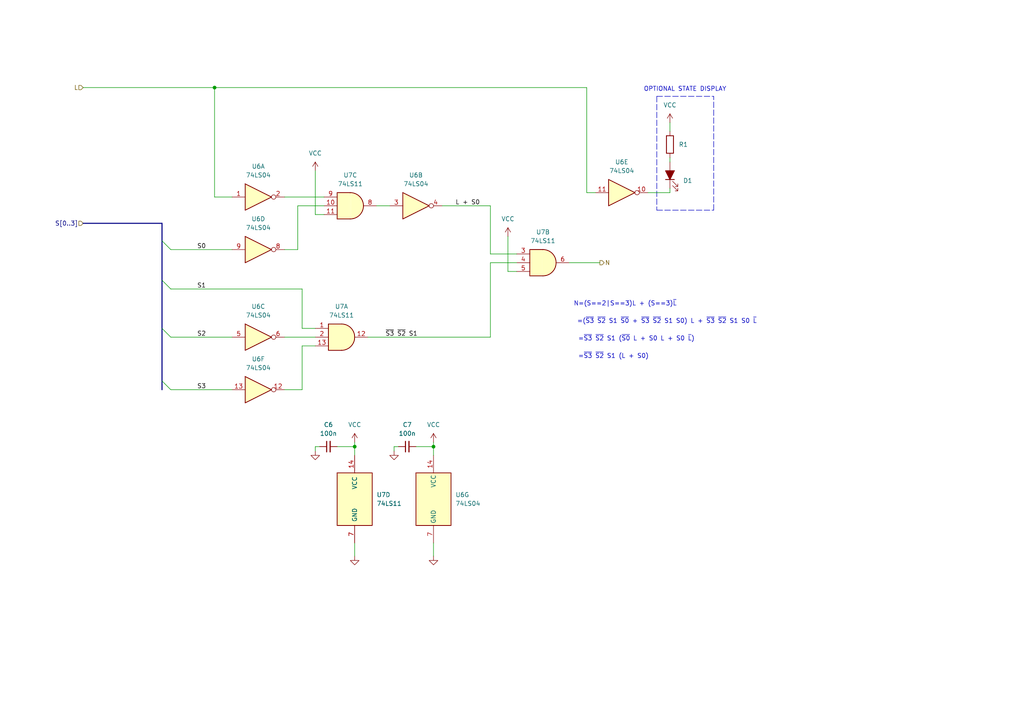
<source format=kicad_sch>
(kicad_sch (version 20211123) (generator eeschema)

  (uuid 3ba4a2c5-56b6-4862-b033-5fa604d684ae)

  (paper "A4")

  (lib_symbols
    (symbol "74xx:74LS04" (in_bom yes) (on_board yes)
      (property "Reference" "U" (id 0) (at 0 1.27 0)
        (effects (font (size 1.27 1.27)))
      )
      (property "Value" "74LS04" (id 1) (at 0 -1.27 0)
        (effects (font (size 1.27 1.27)))
      )
      (property "Footprint" "" (id 2) (at 0 0 0)
        (effects (font (size 1.27 1.27)) hide)
      )
      (property "Datasheet" "http://www.ti.com/lit/gpn/sn74LS04" (id 3) (at 0 0 0)
        (effects (font (size 1.27 1.27)) hide)
      )
      (property "ki_locked" "" (id 4) (at 0 0 0)
        (effects (font (size 1.27 1.27)))
      )
      (property "ki_keywords" "TTL not inv" (id 5) (at 0 0 0)
        (effects (font (size 1.27 1.27)) hide)
      )
      (property "ki_description" "Hex Inverter" (id 6) (at 0 0 0)
        (effects (font (size 1.27 1.27)) hide)
      )
      (property "ki_fp_filters" "DIP*W7.62mm* SSOP?14* TSSOP?14*" (id 7) (at 0 0 0)
        (effects (font (size 1.27 1.27)) hide)
      )
      (symbol "74LS04_1_0"
        (polyline
          (pts
            (xy -3.81 3.81)
            (xy -3.81 -3.81)
            (xy 3.81 0)
            (xy -3.81 3.81)
          )
          (stroke (width 0.254) (type default) (color 0 0 0 0))
          (fill (type background))
        )
        (pin input line (at -7.62 0 0) (length 3.81)
          (name "~" (effects (font (size 1.27 1.27))))
          (number "1" (effects (font (size 1.27 1.27))))
        )
        (pin output inverted (at 7.62 0 180) (length 3.81)
          (name "~" (effects (font (size 1.27 1.27))))
          (number "2" (effects (font (size 1.27 1.27))))
        )
      )
      (symbol "74LS04_2_0"
        (polyline
          (pts
            (xy -3.81 3.81)
            (xy -3.81 -3.81)
            (xy 3.81 0)
            (xy -3.81 3.81)
          )
          (stroke (width 0.254) (type default) (color 0 0 0 0))
          (fill (type background))
        )
        (pin input line (at -7.62 0 0) (length 3.81)
          (name "~" (effects (font (size 1.27 1.27))))
          (number "3" (effects (font (size 1.27 1.27))))
        )
        (pin output inverted (at 7.62 0 180) (length 3.81)
          (name "~" (effects (font (size 1.27 1.27))))
          (number "4" (effects (font (size 1.27 1.27))))
        )
      )
      (symbol "74LS04_3_0"
        (polyline
          (pts
            (xy -3.81 3.81)
            (xy -3.81 -3.81)
            (xy 3.81 0)
            (xy -3.81 3.81)
          )
          (stroke (width 0.254) (type default) (color 0 0 0 0))
          (fill (type background))
        )
        (pin input line (at -7.62 0 0) (length 3.81)
          (name "~" (effects (font (size 1.27 1.27))))
          (number "5" (effects (font (size 1.27 1.27))))
        )
        (pin output inverted (at 7.62 0 180) (length 3.81)
          (name "~" (effects (font (size 1.27 1.27))))
          (number "6" (effects (font (size 1.27 1.27))))
        )
      )
      (symbol "74LS04_4_0"
        (polyline
          (pts
            (xy -3.81 3.81)
            (xy -3.81 -3.81)
            (xy 3.81 0)
            (xy -3.81 3.81)
          )
          (stroke (width 0.254) (type default) (color 0 0 0 0))
          (fill (type background))
        )
        (pin output inverted (at 7.62 0 180) (length 3.81)
          (name "~" (effects (font (size 1.27 1.27))))
          (number "8" (effects (font (size 1.27 1.27))))
        )
        (pin input line (at -7.62 0 0) (length 3.81)
          (name "~" (effects (font (size 1.27 1.27))))
          (number "9" (effects (font (size 1.27 1.27))))
        )
      )
      (symbol "74LS04_5_0"
        (polyline
          (pts
            (xy -3.81 3.81)
            (xy -3.81 -3.81)
            (xy 3.81 0)
            (xy -3.81 3.81)
          )
          (stroke (width 0.254) (type default) (color 0 0 0 0))
          (fill (type background))
        )
        (pin output inverted (at 7.62 0 180) (length 3.81)
          (name "~" (effects (font (size 1.27 1.27))))
          (number "10" (effects (font (size 1.27 1.27))))
        )
        (pin input line (at -7.62 0 0) (length 3.81)
          (name "~" (effects (font (size 1.27 1.27))))
          (number "11" (effects (font (size 1.27 1.27))))
        )
      )
      (symbol "74LS04_6_0"
        (polyline
          (pts
            (xy -3.81 3.81)
            (xy -3.81 -3.81)
            (xy 3.81 0)
            (xy -3.81 3.81)
          )
          (stroke (width 0.254) (type default) (color 0 0 0 0))
          (fill (type background))
        )
        (pin output inverted (at 7.62 0 180) (length 3.81)
          (name "~" (effects (font (size 1.27 1.27))))
          (number "12" (effects (font (size 1.27 1.27))))
        )
        (pin input line (at -7.62 0 0) (length 3.81)
          (name "~" (effects (font (size 1.27 1.27))))
          (number "13" (effects (font (size 1.27 1.27))))
        )
      )
      (symbol "74LS04_7_0"
        (pin power_in line (at 0 12.7 270) (length 5.08)
          (name "VCC" (effects (font (size 1.27 1.27))))
          (number "14" (effects (font (size 1.27 1.27))))
        )
        (pin power_in line (at 0 -12.7 90) (length 5.08)
          (name "GND" (effects (font (size 1.27 1.27))))
          (number "7" (effects (font (size 1.27 1.27))))
        )
      )
      (symbol "74LS04_7_1"
        (rectangle (start -5.08 7.62) (end 5.08 -7.62)
          (stroke (width 0.254) (type default) (color 0 0 0 0))
          (fill (type background))
        )
      )
    )
    (symbol "74xx:74LS11" (pin_names (offset 1.016)) (in_bom yes) (on_board yes)
      (property "Reference" "U" (id 0) (at 0 1.27 0)
        (effects (font (size 1.27 1.27)))
      )
      (property "Value" "74LS11" (id 1) (at 0 -1.27 0)
        (effects (font (size 1.27 1.27)))
      )
      (property "Footprint" "" (id 2) (at 0 0 0)
        (effects (font (size 1.27 1.27)) hide)
      )
      (property "Datasheet" "http://www.ti.com/lit/gpn/sn74LS11" (id 3) (at 0 0 0)
        (effects (font (size 1.27 1.27)) hide)
      )
      (property "ki_locked" "" (id 4) (at 0 0 0)
        (effects (font (size 1.27 1.27)))
      )
      (property "ki_keywords" "TTL And3" (id 5) (at 0 0 0)
        (effects (font (size 1.27 1.27)) hide)
      )
      (property "ki_description" "Triple 3-input AND" (id 6) (at 0 0 0)
        (effects (font (size 1.27 1.27)) hide)
      )
      (property "ki_fp_filters" "DIP*W7.62mm*" (id 7) (at 0 0 0)
        (effects (font (size 1.27 1.27)) hide)
      )
      (symbol "74LS11_1_1"
        (arc (start 0 -3.81) (mid 3.81 0) (end 0 3.81)
          (stroke (width 0.254) (type default) (color 0 0 0 0))
          (fill (type background))
        )
        (polyline
          (pts
            (xy 0 3.81)
            (xy -3.81 3.81)
            (xy -3.81 -3.81)
            (xy 0 -3.81)
          )
          (stroke (width 0.254) (type default) (color 0 0 0 0))
          (fill (type background))
        )
        (pin input line (at -7.62 2.54 0) (length 3.81)
          (name "~" (effects (font (size 1.27 1.27))))
          (number "1" (effects (font (size 1.27 1.27))))
        )
        (pin output line (at 7.62 0 180) (length 3.81)
          (name "~" (effects (font (size 1.27 1.27))))
          (number "12" (effects (font (size 1.27 1.27))))
        )
        (pin input line (at -7.62 -2.54 0) (length 3.81)
          (name "~" (effects (font (size 1.27 1.27))))
          (number "13" (effects (font (size 1.27 1.27))))
        )
        (pin input line (at -7.62 0 0) (length 3.81)
          (name "~" (effects (font (size 1.27 1.27))))
          (number "2" (effects (font (size 1.27 1.27))))
        )
      )
      (symbol "74LS11_1_2"
        (arc (start -3.81 -3.81) (mid -2.589 0) (end -3.81 3.81)
          (stroke (width 0.254) (type default) (color 0 0 0 0))
          (fill (type none))
        )
        (arc (start -0.6096 -3.81) (mid 2.1842 -2.5851) (end 3.81 0)
          (stroke (width 0.254) (type default) (color 0 0 0 0))
          (fill (type background))
        )
        (polyline
          (pts
            (xy -3.81 -3.81)
            (xy -0.635 -3.81)
          )
          (stroke (width 0.254) (type default) (color 0 0 0 0))
          (fill (type background))
        )
        (polyline
          (pts
            (xy -3.81 3.81)
            (xy -0.635 3.81)
          )
          (stroke (width 0.254) (type default) (color 0 0 0 0))
          (fill (type background))
        )
        (polyline
          (pts
            (xy -0.635 3.81)
            (xy -3.81 3.81)
            (xy -3.81 3.81)
            (xy -3.556 3.4036)
            (xy -3.0226 2.2606)
            (xy -2.6924 1.0414)
            (xy -2.6162 -0.254)
            (xy -2.7686 -1.4986)
            (xy -3.175 -2.7178)
            (xy -3.81 -3.81)
            (xy -3.81 -3.81)
            (xy -0.635 -3.81)
          )
          (stroke (width -25.4) (type default) (color 0 0 0 0))
          (fill (type background))
        )
        (arc (start 3.81 0) (mid 2.1915 2.5936) (end -0.6096 3.81)
          (stroke (width 0.254) (type default) (color 0 0 0 0))
          (fill (type background))
        )
        (pin input inverted (at -7.62 2.54 0) (length 4.318)
          (name "~" (effects (font (size 1.27 1.27))))
          (number "1" (effects (font (size 1.27 1.27))))
        )
        (pin output inverted (at 7.62 0 180) (length 3.81)
          (name "~" (effects (font (size 1.27 1.27))))
          (number "12" (effects (font (size 1.27 1.27))))
        )
        (pin input inverted (at -7.62 -2.54 0) (length 4.318)
          (name "~" (effects (font (size 1.27 1.27))))
          (number "13" (effects (font (size 1.27 1.27))))
        )
        (pin input inverted (at -7.62 0 0) (length 4.953)
          (name "~" (effects (font (size 1.27 1.27))))
          (number "2" (effects (font (size 1.27 1.27))))
        )
      )
      (symbol "74LS11_2_1"
        (arc (start 0 -3.81) (mid 3.81 0) (end 0 3.81)
          (stroke (width 0.254) (type default) (color 0 0 0 0))
          (fill (type background))
        )
        (polyline
          (pts
            (xy 0 3.81)
            (xy -3.81 3.81)
            (xy -3.81 -3.81)
            (xy 0 -3.81)
          )
          (stroke (width 0.254) (type default) (color 0 0 0 0))
          (fill (type background))
        )
        (pin input line (at -7.62 2.54 0) (length 3.81)
          (name "~" (effects (font (size 1.27 1.27))))
          (number "3" (effects (font (size 1.27 1.27))))
        )
        (pin input line (at -7.62 0 0) (length 3.81)
          (name "~" (effects (font (size 1.27 1.27))))
          (number "4" (effects (font (size 1.27 1.27))))
        )
        (pin input line (at -7.62 -2.54 0) (length 3.81)
          (name "~" (effects (font (size 1.27 1.27))))
          (number "5" (effects (font (size 1.27 1.27))))
        )
        (pin output line (at 7.62 0 180) (length 3.81)
          (name "~" (effects (font (size 1.27 1.27))))
          (number "6" (effects (font (size 1.27 1.27))))
        )
      )
      (symbol "74LS11_2_2"
        (arc (start -3.81 -3.81) (mid -2.589 0) (end -3.81 3.81)
          (stroke (width 0.254) (type default) (color 0 0 0 0))
          (fill (type none))
        )
        (arc (start -0.6096 -3.81) (mid 2.1842 -2.5851) (end 3.81 0)
          (stroke (width 0.254) (type default) (color 0 0 0 0))
          (fill (type background))
        )
        (polyline
          (pts
            (xy -3.81 -3.81)
            (xy -0.635 -3.81)
          )
          (stroke (width 0.254) (type default) (color 0 0 0 0))
          (fill (type background))
        )
        (polyline
          (pts
            (xy -3.81 3.81)
            (xy -0.635 3.81)
          )
          (stroke (width 0.254) (type default) (color 0 0 0 0))
          (fill (type background))
        )
        (polyline
          (pts
            (xy -0.635 3.81)
            (xy -3.81 3.81)
            (xy -3.81 3.81)
            (xy -3.556 3.4036)
            (xy -3.0226 2.2606)
            (xy -2.6924 1.0414)
            (xy -2.6162 -0.254)
            (xy -2.7686 -1.4986)
            (xy -3.175 -2.7178)
            (xy -3.81 -3.81)
            (xy -3.81 -3.81)
            (xy -0.635 -3.81)
          )
          (stroke (width -25.4) (type default) (color 0 0 0 0))
          (fill (type background))
        )
        (arc (start 3.81 0) (mid 2.1915 2.5936) (end -0.6096 3.81)
          (stroke (width 0.254) (type default) (color 0 0 0 0))
          (fill (type background))
        )
        (pin input inverted (at -7.62 2.54 0) (length 4.318)
          (name "~" (effects (font (size 1.27 1.27))))
          (number "3" (effects (font (size 1.27 1.27))))
        )
        (pin input inverted (at -7.62 0 0) (length 4.953)
          (name "~" (effects (font (size 1.27 1.27))))
          (number "4" (effects (font (size 1.27 1.27))))
        )
        (pin input inverted (at -7.62 -2.54 0) (length 4.318)
          (name "~" (effects (font (size 1.27 1.27))))
          (number "5" (effects (font (size 1.27 1.27))))
        )
        (pin output inverted (at 7.62 0 180) (length 3.81)
          (name "~" (effects (font (size 1.27 1.27))))
          (number "6" (effects (font (size 1.27 1.27))))
        )
      )
      (symbol "74LS11_3_1"
        (arc (start 0 -3.81) (mid 3.81 0) (end 0 3.81)
          (stroke (width 0.254) (type default) (color 0 0 0 0))
          (fill (type background))
        )
        (polyline
          (pts
            (xy 0 3.81)
            (xy -3.81 3.81)
            (xy -3.81 -3.81)
            (xy 0 -3.81)
          )
          (stroke (width 0.254) (type default) (color 0 0 0 0))
          (fill (type background))
        )
        (pin input line (at -7.62 0 0) (length 3.81)
          (name "~" (effects (font (size 1.27 1.27))))
          (number "10" (effects (font (size 1.27 1.27))))
        )
        (pin input line (at -7.62 -2.54 0) (length 3.81)
          (name "~" (effects (font (size 1.27 1.27))))
          (number "11" (effects (font (size 1.27 1.27))))
        )
        (pin output line (at 7.62 0 180) (length 3.81)
          (name "~" (effects (font (size 1.27 1.27))))
          (number "8" (effects (font (size 1.27 1.27))))
        )
        (pin input line (at -7.62 2.54 0) (length 3.81)
          (name "~" (effects (font (size 1.27 1.27))))
          (number "9" (effects (font (size 1.27 1.27))))
        )
      )
      (symbol "74LS11_3_2"
        (arc (start -3.81 -3.81) (mid -2.589 0) (end -3.81 3.81)
          (stroke (width 0.254) (type default) (color 0 0 0 0))
          (fill (type none))
        )
        (arc (start -0.6096 -3.81) (mid 2.1842 -2.5851) (end 3.81 0)
          (stroke (width 0.254) (type default) (color 0 0 0 0))
          (fill (type background))
        )
        (polyline
          (pts
            (xy -3.81 -3.81)
            (xy -0.635 -3.81)
          )
          (stroke (width 0.254) (type default) (color 0 0 0 0))
          (fill (type background))
        )
        (polyline
          (pts
            (xy -3.81 3.81)
            (xy -0.635 3.81)
          )
          (stroke (width 0.254) (type default) (color 0 0 0 0))
          (fill (type background))
        )
        (polyline
          (pts
            (xy -0.635 3.81)
            (xy -3.81 3.81)
            (xy -3.81 3.81)
            (xy -3.556 3.4036)
            (xy -3.0226 2.2606)
            (xy -2.6924 1.0414)
            (xy -2.6162 -0.254)
            (xy -2.7686 -1.4986)
            (xy -3.175 -2.7178)
            (xy -3.81 -3.81)
            (xy -3.81 -3.81)
            (xy -0.635 -3.81)
          )
          (stroke (width -25.4) (type default) (color 0 0 0 0))
          (fill (type background))
        )
        (arc (start 3.81 0) (mid 2.1915 2.5936) (end -0.6096 3.81)
          (stroke (width 0.254) (type default) (color 0 0 0 0))
          (fill (type background))
        )
        (pin input inverted (at -7.62 0 0) (length 4.953)
          (name "~" (effects (font (size 1.27 1.27))))
          (number "10" (effects (font (size 1.27 1.27))))
        )
        (pin input inverted (at -7.62 -2.54 0) (length 4.318)
          (name "~" (effects (font (size 1.27 1.27))))
          (number "11" (effects (font (size 1.27 1.27))))
        )
        (pin output inverted (at 7.62 0 180) (length 3.81)
          (name "~" (effects (font (size 1.27 1.27))))
          (number "8" (effects (font (size 1.27 1.27))))
        )
        (pin input inverted (at -7.62 2.54 0) (length 4.318)
          (name "~" (effects (font (size 1.27 1.27))))
          (number "9" (effects (font (size 1.27 1.27))))
        )
      )
      (symbol "74LS11_4_0"
        (pin power_in line (at 0 12.7 270) (length 5.08)
          (name "VCC" (effects (font (size 1.27 1.27))))
          (number "14" (effects (font (size 1.27 1.27))))
        )
        (pin power_in line (at 0 -12.7 90) (length 5.08)
          (name "GND" (effects (font (size 1.27 1.27))))
          (number "7" (effects (font (size 1.27 1.27))))
        )
      )
      (symbol "74LS11_4_1"
        (rectangle (start -5.08 7.62) (end 5.08 -7.62)
          (stroke (width 0.254) (type default) (color 0 0 0 0))
          (fill (type background))
        )
      )
    )
    (symbol "Device:C_Small" (pin_numbers hide) (pin_names (offset 0.254) hide) (in_bom yes) (on_board yes)
      (property "Reference" "C" (id 0) (at 0.254 1.778 0)
        (effects (font (size 1.27 1.27)) (justify left))
      )
      (property "Value" "C_Small" (id 1) (at 0.254 -2.032 0)
        (effects (font (size 1.27 1.27)) (justify left))
      )
      (property "Footprint" "" (id 2) (at 0 0 0)
        (effects (font (size 1.27 1.27)) hide)
      )
      (property "Datasheet" "~" (id 3) (at 0 0 0)
        (effects (font (size 1.27 1.27)) hide)
      )
      (property "ki_keywords" "capacitor cap" (id 4) (at 0 0 0)
        (effects (font (size 1.27 1.27)) hide)
      )
      (property "ki_description" "Unpolarized capacitor, small symbol" (id 5) (at 0 0 0)
        (effects (font (size 1.27 1.27)) hide)
      )
      (property "ki_fp_filters" "C_*" (id 6) (at 0 0 0)
        (effects (font (size 1.27 1.27)) hide)
      )
      (symbol "C_Small_0_1"
        (polyline
          (pts
            (xy -1.524 -0.508)
            (xy 1.524 -0.508)
          )
          (stroke (width 0.3302) (type default) (color 0 0 0 0))
          (fill (type none))
        )
        (polyline
          (pts
            (xy -1.524 0.508)
            (xy 1.524 0.508)
          )
          (stroke (width 0.3048) (type default) (color 0 0 0 0))
          (fill (type none))
        )
      )
      (symbol "C_Small_1_1"
        (pin passive line (at 0 2.54 270) (length 2.032)
          (name "~" (effects (font (size 1.27 1.27))))
          (number "1" (effects (font (size 1.27 1.27))))
        )
        (pin passive line (at 0 -2.54 90) (length 2.032)
          (name "~" (effects (font (size 1.27 1.27))))
          (number "2" (effects (font (size 1.27 1.27))))
        )
      )
    )
    (symbol "Device:LED_Filled" (pin_numbers hide) (pin_names (offset 1.016) hide) (in_bom yes) (on_board yes)
      (property "Reference" "D" (id 0) (at 0 2.54 0)
        (effects (font (size 1.27 1.27)))
      )
      (property "Value" "LED_Filled" (id 1) (at 0 -2.54 0)
        (effects (font (size 1.27 1.27)))
      )
      (property "Footprint" "" (id 2) (at 0 0 0)
        (effects (font (size 1.27 1.27)) hide)
      )
      (property "Datasheet" "~" (id 3) (at 0 0 0)
        (effects (font (size 1.27 1.27)) hide)
      )
      (property "ki_keywords" "LED diode" (id 4) (at 0 0 0)
        (effects (font (size 1.27 1.27)) hide)
      )
      (property "ki_description" "Light emitting diode, filled shape" (id 5) (at 0 0 0)
        (effects (font (size 1.27 1.27)) hide)
      )
      (property "ki_fp_filters" "LED* LED_SMD:* LED_THT:*" (id 6) (at 0 0 0)
        (effects (font (size 1.27 1.27)) hide)
      )
      (symbol "LED_Filled_0_1"
        (polyline
          (pts
            (xy -1.27 -1.27)
            (xy -1.27 1.27)
          )
          (stroke (width 0.254) (type default) (color 0 0 0 0))
          (fill (type none))
        )
        (polyline
          (pts
            (xy -1.27 0)
            (xy 1.27 0)
          )
          (stroke (width 0) (type default) (color 0 0 0 0))
          (fill (type none))
        )
        (polyline
          (pts
            (xy 1.27 -1.27)
            (xy 1.27 1.27)
            (xy -1.27 0)
            (xy 1.27 -1.27)
          )
          (stroke (width 0.254) (type default) (color 0 0 0 0))
          (fill (type outline))
        )
        (polyline
          (pts
            (xy -3.048 -0.762)
            (xy -4.572 -2.286)
            (xy -3.81 -2.286)
            (xy -4.572 -2.286)
            (xy -4.572 -1.524)
          )
          (stroke (width 0) (type default) (color 0 0 0 0))
          (fill (type none))
        )
        (polyline
          (pts
            (xy -1.778 -0.762)
            (xy -3.302 -2.286)
            (xy -2.54 -2.286)
            (xy -3.302 -2.286)
            (xy -3.302 -1.524)
          )
          (stroke (width 0) (type default) (color 0 0 0 0))
          (fill (type none))
        )
      )
      (symbol "LED_Filled_1_1"
        (pin passive line (at -3.81 0 0) (length 2.54)
          (name "K" (effects (font (size 1.27 1.27))))
          (number "1" (effects (font (size 1.27 1.27))))
        )
        (pin passive line (at 3.81 0 180) (length 2.54)
          (name "A" (effects (font (size 1.27 1.27))))
          (number "2" (effects (font (size 1.27 1.27))))
        )
      )
    )
    (symbol "Device:R" (pin_numbers hide) (pin_names (offset 0)) (in_bom yes) (on_board yes)
      (property "Reference" "R" (id 0) (at 2.032 0 90)
        (effects (font (size 1.27 1.27)))
      )
      (property "Value" "R" (id 1) (at 0 0 90)
        (effects (font (size 1.27 1.27)))
      )
      (property "Footprint" "" (id 2) (at -1.778 0 90)
        (effects (font (size 1.27 1.27)) hide)
      )
      (property "Datasheet" "~" (id 3) (at 0 0 0)
        (effects (font (size 1.27 1.27)) hide)
      )
      (property "ki_keywords" "R res resistor" (id 4) (at 0 0 0)
        (effects (font (size 1.27 1.27)) hide)
      )
      (property "ki_description" "Resistor" (id 5) (at 0 0 0)
        (effects (font (size 1.27 1.27)) hide)
      )
      (property "ki_fp_filters" "R_*" (id 6) (at 0 0 0)
        (effects (font (size 1.27 1.27)) hide)
      )
      (symbol "R_0_1"
        (rectangle (start -1.016 -2.54) (end 1.016 2.54)
          (stroke (width 0.254) (type default) (color 0 0 0 0))
          (fill (type none))
        )
      )
      (symbol "R_1_1"
        (pin passive line (at 0 3.81 270) (length 1.27)
          (name "~" (effects (font (size 1.27 1.27))))
          (number "1" (effects (font (size 1.27 1.27))))
        )
        (pin passive line (at 0 -3.81 90) (length 1.27)
          (name "~" (effects (font (size 1.27 1.27))))
          (number "2" (effects (font (size 1.27 1.27))))
        )
      )
    )
    (symbol "power:GND" (power) (pin_names (offset 0)) (in_bom yes) (on_board yes)
      (property "Reference" "#PWR" (id 0) (at 0 -6.35 0)
        (effects (font (size 1.27 1.27)) hide)
      )
      (property "Value" "GND" (id 1) (at 0 -3.81 0)
        (effects (font (size 1.27 1.27)))
      )
      (property "Footprint" "" (id 2) (at 0 0 0)
        (effects (font (size 1.27 1.27)) hide)
      )
      (property "Datasheet" "" (id 3) (at 0 0 0)
        (effects (font (size 1.27 1.27)) hide)
      )
      (property "ki_keywords" "power-flag" (id 4) (at 0 0 0)
        (effects (font (size 1.27 1.27)) hide)
      )
      (property "ki_description" "Power symbol creates a global label with name \"GND\" , ground" (id 5) (at 0 0 0)
        (effects (font (size 1.27 1.27)) hide)
      )
      (symbol "GND_0_1"
        (polyline
          (pts
            (xy 0 0)
            (xy 0 -1.27)
            (xy 1.27 -1.27)
            (xy 0 -2.54)
            (xy -1.27 -1.27)
            (xy 0 -1.27)
          )
          (stroke (width 0) (type default) (color 0 0 0 0))
          (fill (type none))
        )
      )
      (symbol "GND_1_1"
        (pin power_in line (at 0 0 270) (length 0) hide
          (name "GND" (effects (font (size 1.27 1.27))))
          (number "1" (effects (font (size 1.27 1.27))))
        )
      )
    )
    (symbol "power:VCC" (power) (pin_names (offset 0)) (in_bom yes) (on_board yes)
      (property "Reference" "#PWR" (id 0) (at 0 -3.81 0)
        (effects (font (size 1.27 1.27)) hide)
      )
      (property "Value" "VCC" (id 1) (at 0 3.81 0)
        (effects (font (size 1.27 1.27)))
      )
      (property "Footprint" "" (id 2) (at 0 0 0)
        (effects (font (size 1.27 1.27)) hide)
      )
      (property "Datasheet" "" (id 3) (at 0 0 0)
        (effects (font (size 1.27 1.27)) hide)
      )
      (property "ki_keywords" "power-flag" (id 4) (at 0 0 0)
        (effects (font (size 1.27 1.27)) hide)
      )
      (property "ki_description" "Power symbol creates a global label with name \"VCC\"" (id 5) (at 0 0 0)
        (effects (font (size 1.27 1.27)) hide)
      )
      (symbol "VCC_0_1"
        (polyline
          (pts
            (xy -0.762 1.27)
            (xy 0 2.54)
          )
          (stroke (width 0) (type default) (color 0 0 0 0))
          (fill (type none))
        )
        (polyline
          (pts
            (xy 0 0)
            (xy 0 2.54)
          )
          (stroke (width 0) (type default) (color 0 0 0 0))
          (fill (type none))
        )
        (polyline
          (pts
            (xy 0 2.54)
            (xy 0.762 1.27)
          )
          (stroke (width 0) (type default) (color 0 0 0 0))
          (fill (type none))
        )
      )
      (symbol "VCC_1_1"
        (pin power_in line (at 0 0 90) (length 0) hide
          (name "VCC" (effects (font (size 1.27 1.27))))
          (number "1" (effects (font (size 1.27 1.27))))
        )
      )
    )
  )

  (junction (at 62.23 25.4) (diameter 0) (color 0 0 0 0)
    (uuid 4a9a30bc-ef57-403a-9967-dfcf8709038a)
  )
  (junction (at 125.73 129.54) (diameter 0) (color 0 0 0 0)
    (uuid 62192256-ebc4-4cca-9af1-05ef2626bfc3)
  )
  (junction (at 102.87 129.54) (diameter 0) (color 0 0 0 0)
    (uuid 836ec934-3692-420a-ad9f-3ef812ec3189)
  )

  (bus_entry (at 46.99 69.85) (size 2.54 2.54)
    (stroke (width 0) (type default) (color 0 0 0 0))
    (uuid 7c0f029c-f057-421e-a9de-e455887aa315)
  )
  (bus_entry (at 46.99 95.25) (size 2.54 2.54)
    (stroke (width 0) (type default) (color 0 0 0 0))
    (uuid 98ece880-b96c-48a8-895e-291aff32dff5)
  )
  (bus_entry (at 46.99 81.28) (size 2.54 2.54)
    (stroke (width 0) (type default) (color 0 0 0 0))
    (uuid 98ece880-b96c-48a8-895e-291aff32dff5)
  )
  (bus_entry (at 46.99 110.49) (size 2.54 2.54)
    (stroke (width 0) (type default) (color 0 0 0 0))
    (uuid e8ecb49e-2a08-403c-bbdc-7a7252437252)
  )

  (wire (pts (xy 82.55 57.15) (xy 93.98 57.15))
    (stroke (width 0) (type default) (color 0 0 0 0))
    (uuid 016987de-1192-4c64-8bf7-084b9023c6d5)
  )
  (polyline (pts (xy 190.5 27.94) (xy 207.01 27.94))
    (stroke (width 0) (type default) (color 0 0 0 0))
    (uuid 02598b8c-e8ed-4f88-8b80-b4e830249208)
  )

  (wire (pts (xy 149.86 76.2) (xy 142.24 76.2))
    (stroke (width 0) (type default) (color 0 0 0 0))
    (uuid 04846bb5-1fc8-4d76-a03c-705b49dddd80)
  )
  (wire (pts (xy 97.79 129.54) (xy 102.87 129.54))
    (stroke (width 0) (type default) (color 0 0 0 0))
    (uuid 05074d44-6207-4f23-95f2-0ec97d5aaf29)
  )
  (wire (pts (xy 172.72 55.88) (xy 170.18 55.88))
    (stroke (width 0) (type default) (color 0 0 0 0))
    (uuid 08541360-10a4-4bc9-b257-34d30001b97f)
  )
  (wire (pts (xy 82.55 113.03) (xy 87.63 113.03))
    (stroke (width 0) (type default) (color 0 0 0 0))
    (uuid 0921a0f2-2c51-4fbf-8783-14d650c641af)
  )
  (bus (pts (xy 24.13 64.77) (xy 46.99 64.77))
    (stroke (width 0) (type default) (color 0 0 0 0))
    (uuid 0b3b7515-bd96-468b-90db-d3bc1a1601d7)
  )

  (wire (pts (xy 106.68 97.79) (xy 142.24 97.79))
    (stroke (width 0) (type default) (color 0 0 0 0))
    (uuid 0c0f0de2-9375-4fb5-bb54-1872c5fc7c64)
  )
  (bus (pts (xy 46.99 110.49) (xy 46.99 113.03))
    (stroke (width 0) (type default) (color 0 0 0 0))
    (uuid 1240e077-a8ee-4dcb-bde9-903e9de7417d)
  )

  (wire (pts (xy 125.73 128.27) (xy 125.73 129.54))
    (stroke (width 0) (type default) (color 0 0 0 0))
    (uuid 1805b0d8-cc54-4814-b2a4-e9cb054e2798)
  )
  (wire (pts (xy 102.87 129.54) (xy 102.87 132.08))
    (stroke (width 0) (type default) (color 0 0 0 0))
    (uuid 1d489dec-0daf-457d-92d0-b743b4880b96)
  )
  (wire (pts (xy 86.36 59.69) (xy 93.98 59.69))
    (stroke (width 0) (type default) (color 0 0 0 0))
    (uuid 2b615fb6-b36f-4196-8339-52a2d6ffe02a)
  )
  (wire (pts (xy 142.24 59.69) (xy 142.24 73.66))
    (stroke (width 0) (type default) (color 0 0 0 0))
    (uuid 2bf1361b-edb2-4eac-815b-10f90d7b7c4d)
  )
  (wire (pts (xy 86.36 72.39) (xy 86.36 59.69))
    (stroke (width 0) (type default) (color 0 0 0 0))
    (uuid 2eefa6d4-b2b0-4e5a-ad8f-0e79fd5613d9)
  )
  (bus (pts (xy 46.99 81.28) (xy 46.99 95.25))
    (stroke (width 0) (type default) (color 0 0 0 0))
    (uuid 34d7f887-11ad-4555-ba4c-d37250a758b5)
  )

  (wire (pts (xy 165.1 76.2) (xy 173.99 76.2))
    (stroke (width 0) (type default) (color 0 0 0 0))
    (uuid 3812a15e-cb4c-4e61-976d-5c836cf65438)
  )
  (wire (pts (xy 187.96 55.88) (xy 194.31 55.88))
    (stroke (width 0) (type default) (color 0 0 0 0))
    (uuid 4253e037-a4c0-426f-882e-0fed364e4453)
  )
  (bus (pts (xy 46.99 95.25) (xy 46.99 110.49))
    (stroke (width 0) (type default) (color 0 0 0 0))
    (uuid 4cb53ca0-1fc9-4216-8cf9-c498f13a1acc)
  )

  (wire (pts (xy 125.73 157.48) (xy 125.73 161.29))
    (stroke (width 0) (type default) (color 0 0 0 0))
    (uuid 4d263fb9-890b-44ed-af9e-28ab8ac33e7e)
  )
  (wire (pts (xy 114.3 130.81) (xy 114.3 129.54))
    (stroke (width 0) (type default) (color 0 0 0 0))
    (uuid 4ddc75b0-55fd-403c-bdcd-42ca6a00d089)
  )
  (bus (pts (xy 46.99 64.77) (xy 46.99 69.85))
    (stroke (width 0) (type default) (color 0 0 0 0))
    (uuid 4de5e876-0ccd-46f9-8008-b9e6a0a9e0b6)
  )

  (wire (pts (xy 125.73 129.54) (xy 125.73 132.08))
    (stroke (width 0) (type default) (color 0 0 0 0))
    (uuid 626d81d5-3998-45eb-aa7c-da4995c51af6)
  )
  (wire (pts (xy 93.98 62.23) (xy 91.44 62.23))
    (stroke (width 0) (type default) (color 0 0 0 0))
    (uuid 663e3e56-30b1-40b5-9210-34f9ca579f95)
  )
  (wire (pts (xy 147.32 68.58) (xy 147.32 78.74))
    (stroke (width 0) (type default) (color 0 0 0 0))
    (uuid 683f36ad-4e4d-4b0d-bf7c-549c014b19c8)
  )
  (wire (pts (xy 142.24 73.66) (xy 149.86 73.66))
    (stroke (width 0) (type default) (color 0 0 0 0))
    (uuid 6ecb261f-5ff6-4320-8df7-fc9e1493ce32)
  )
  (wire (pts (xy 49.53 113.03) (xy 67.31 113.03))
    (stroke (width 0) (type default) (color 0 0 0 0))
    (uuid 70198b08-8876-4132-8201-09e715b5f043)
  )
  (wire (pts (xy 87.63 83.82) (xy 87.63 95.25))
    (stroke (width 0) (type default) (color 0 0 0 0))
    (uuid 7930b864-ee82-4960-ae8e-3e394e18b735)
  )
  (wire (pts (xy 87.63 113.03) (xy 87.63 100.33))
    (stroke (width 0) (type default) (color 0 0 0 0))
    (uuid 79ab2b37-273c-49b2-94c9-725cf2ce5d72)
  )
  (wire (pts (xy 91.44 129.54) (xy 92.71 129.54))
    (stroke (width 0) (type default) (color 0 0 0 0))
    (uuid 85302bfb-449d-4827-9772-fb26afc67891)
  )
  (wire (pts (xy 49.53 97.79) (xy 67.31 97.79))
    (stroke (width 0) (type default) (color 0 0 0 0))
    (uuid 85e072bd-7028-4b28-8be3-2705537fa371)
  )
  (bus (pts (xy 46.99 69.85) (xy 46.99 81.28))
    (stroke (width 0) (type default) (color 0 0 0 0))
    (uuid 8717dab7-682d-4457-907a-cb88001cf03f)
  )

  (wire (pts (xy 149.86 78.74) (xy 147.32 78.74))
    (stroke (width 0) (type default) (color 0 0 0 0))
    (uuid 87acaf48-b300-4dca-bd04-ef091f785295)
  )
  (wire (pts (xy 128.27 59.69) (xy 142.24 59.69))
    (stroke (width 0) (type default) (color 0 0 0 0))
    (uuid 883069dd-7f0f-4b2f-8702-0d324ce77f7f)
  )
  (wire (pts (xy 109.22 59.69) (xy 113.03 59.69))
    (stroke (width 0) (type default) (color 0 0 0 0))
    (uuid 8d2dbc56-be12-47d7-a72b-0c8addc7ce36)
  )
  (wire (pts (xy 91.44 130.81) (xy 91.44 129.54))
    (stroke (width 0) (type default) (color 0 0 0 0))
    (uuid 9346f08c-923e-49c9-a29f-4645143cf645)
  )
  (wire (pts (xy 82.55 72.39) (xy 86.36 72.39))
    (stroke (width 0) (type default) (color 0 0 0 0))
    (uuid 9bcfe208-0ef6-430f-b1f3-6116818db968)
  )
  (wire (pts (xy 102.87 128.27) (xy 102.87 129.54))
    (stroke (width 0) (type default) (color 0 0 0 0))
    (uuid 9d56a132-4768-4834-be5d-4a4254f1bdca)
  )
  (polyline (pts (xy 190.5 27.94) (xy 190.5 60.96))
    (stroke (width 0) (type default) (color 0 0 0 0))
    (uuid a1f49b5d-446e-4d93-8734-23d138f87f15)
  )

  (wire (pts (xy 142.24 76.2) (xy 142.24 97.79))
    (stroke (width 0) (type default) (color 0 0 0 0))
    (uuid a43c85dd-58f7-4734-ac78-f0fb3f39e4db)
  )
  (wire (pts (xy 87.63 95.25) (xy 91.44 95.25))
    (stroke (width 0) (type default) (color 0 0 0 0))
    (uuid a4a51205-dd88-463b-b28e-fa4a6af6203e)
  )
  (wire (pts (xy 194.31 35.56) (xy 194.31 38.1))
    (stroke (width 0) (type default) (color 0 0 0 0))
    (uuid ac93c588-28aa-43be-80fc-b553d866d023)
  )
  (wire (pts (xy 62.23 25.4) (xy 170.18 25.4))
    (stroke (width 0) (type default) (color 0 0 0 0))
    (uuid b6f10841-16bd-47ad-9897-70af2d6df625)
  )
  (polyline (pts (xy 207.01 60.96) (xy 207.01 27.94))
    (stroke (width 0) (type default) (color 0 0 0 0))
    (uuid b97c0b6a-0ce3-4b66-baeb-22c27b3a6f29)
  )

  (wire (pts (xy 49.53 72.39) (xy 67.31 72.39))
    (stroke (width 0) (type default) (color 0 0 0 0))
    (uuid c23ee394-098f-4e37-9ae0-548065406b07)
  )
  (wire (pts (xy 120.65 129.54) (xy 125.73 129.54))
    (stroke (width 0) (type default) (color 0 0 0 0))
    (uuid c3417548-316a-498b-b717-34a82dccee54)
  )
  (wire (pts (xy 170.18 25.4) (xy 170.18 55.88))
    (stroke (width 0) (type default) (color 0 0 0 0))
    (uuid c8660f8e-5519-4a3e-bfe0-dceebf8f8536)
  )
  (wire (pts (xy 102.87 157.48) (xy 102.87 161.29))
    (stroke (width 0) (type default) (color 0 0 0 0))
    (uuid ccb4dfaa-d9b0-4d9a-8d25-3f8f1dd734ef)
  )
  (wire (pts (xy 91.44 49.53) (xy 91.44 62.23))
    (stroke (width 0) (type default) (color 0 0 0 0))
    (uuid ce211ecd-65c1-430f-859a-84342fbfaaa1)
  )
  (wire (pts (xy 194.31 45.72) (xy 194.31 46.99))
    (stroke (width 0) (type default) (color 0 0 0 0))
    (uuid d6493aa6-c827-457c-8ed5-ab2b4efb5d2c)
  )
  (wire (pts (xy 82.55 97.79) (xy 91.44 97.79))
    (stroke (width 0) (type default) (color 0 0 0 0))
    (uuid d7c91203-6029-4fa9-a9cb-1b68cfa3dbf5)
  )
  (wire (pts (xy 87.63 100.33) (xy 91.44 100.33))
    (stroke (width 0) (type default) (color 0 0 0 0))
    (uuid e1ae9f56-d233-47bb-9bc2-47c186c587cb)
  )
  (wire (pts (xy 114.3 129.54) (xy 115.57 129.54))
    (stroke (width 0) (type default) (color 0 0 0 0))
    (uuid e212405a-0c9a-48e8-ba27-3ca9ad61d040)
  )
  (wire (pts (xy 194.31 55.88) (xy 194.31 54.61))
    (stroke (width 0) (type default) (color 0 0 0 0))
    (uuid e453f486-959e-4d92-87d9-b70ec094352e)
  )
  (wire (pts (xy 62.23 25.4) (xy 62.23 57.15))
    (stroke (width 0) (type default) (color 0 0 0 0))
    (uuid f1da0cb2-cebb-406a-9f18-803d40a19483)
  )
  (wire (pts (xy 49.53 83.82) (xy 87.63 83.82))
    (stroke (width 0) (type default) (color 0 0 0 0))
    (uuid f579be54-640d-4b70-b387-065dcaef0da4)
  )
  (wire (pts (xy 62.23 57.15) (xy 67.31 57.15))
    (stroke (width 0) (type default) (color 0 0 0 0))
    (uuid f586df65-aebd-4d72-be70-967198d17793)
  )
  (polyline (pts (xy 190.5 60.96) (xy 207.01 60.96))
    (stroke (width 0) (type default) (color 0 0 0 0))
    (uuid fc9adbd7-7aa9-4f35-bd8c-5a2be9bf0f42)
  )

  (wire (pts (xy 24.13 25.4) (xy 62.23 25.4))
    (stroke (width 0) (type default) (color 0 0 0 0))
    (uuid fe4c7855-efb7-4fd0-abc3-80d75f017fce)
  )

  (text "=~{S3} ~{S2} S1 (L + S0)" (at 167.64 104.14 0)
    (effects (font (size 1.27 1.27)) (justify left bottom))
    (uuid 228df951-e093-4175-84b9-db577cf287be)
  )
  (text "=~{S3} ~{S2} S1 (~{S0} L + S0 L + S0 ~{L})\n" (at 167.64 99.06 0)
    (effects (font (size 1.27 1.27)) (justify left bottom))
    (uuid 8724501f-e378-453c-81b0-5970ebfc6d65)
  )
  (text " =(~{S3} ~{S2} S1 ~{S0} + ~{S3} ~{S2} S1 S0) L + ~{S3} ~{S2} S1 S0 ~{L}"
    (at 166.37 93.98 0)
    (effects (font (size 1.27 1.27)) (justify left bottom))
    (uuid b39269fd-b907-4589-8cb3-0c1e4730f531)
  )
  (text "N=(S==2|S==3)L + (S==3)~{L}" (at 166.37 88.9 0)
    (effects (font (size 1.27 1.27)) (justify left bottom))
    (uuid c27c6550-b217-449d-b4d0-547d5232d89f)
  )
  (text "OPTIONAL STATE DISPLAY" (at 186.69 26.67 0)
    (effects (font (size 1.27 1.27)) (justify left bottom))
    (uuid da5d3564-96ac-4b89-a71d-6eff16b035ff)
  )

  (label "S2" (at 57.15 97.79 0)
    (effects (font (size 1.27 1.27)) (justify left bottom))
    (uuid 3de0473e-65b1-4744-b61f-fba5a13a7e2b)
  )
  (label "L + S0" (at 132.08 59.69 0)
    (effects (font (size 1.27 1.27)) (justify left bottom))
    (uuid 81e15266-034b-4851-ae1b-8961437eb4bb)
  )
  (label "S3" (at 57.15 113.03 0)
    (effects (font (size 1.27 1.27)) (justify left bottom))
    (uuid 9c390940-078d-456c-ba81-98bf0b34c9f3)
  )
  (label "~{S3} ~{S2} S1" (at 111.76 97.79 0)
    (effects (font (size 1.27 1.27)) (justify left bottom))
    (uuid a60a47fd-ef9c-4800-a4e9-a1264d6cb1b4)
  )
  (label "S1" (at 57.15 83.82 0)
    (effects (font (size 1.27 1.27)) (justify left bottom))
    (uuid c2b44598-f05c-438d-9916-df9d5436f1da)
  )
  (label "S0" (at 57.15 72.39 0)
    (effects (font (size 1.27 1.27)) (justify left bottom))
    (uuid e894ff33-3595-4f24-8ed5-cb9521ce16f8)
  )

  (hierarchical_label "S[0..3]" (shape input) (at 24.13 64.77 180)
    (effects (font (size 1.27 1.27)) (justify right))
    (uuid 03b22426-1154-440b-8527-553fcc8464cd)
  )
  (hierarchical_label "N" (shape output) (at 173.99 76.2 0)
    (effects (font (size 1.27 1.27)) (justify left))
    (uuid 698041a7-f634-4f82-8ddd-e7f03c7b787e)
  )
  (hierarchical_label "L" (shape input) (at 24.13 25.4 180)
    (effects (font (size 1.27 1.27)) (justify right))
    (uuid 7a3dbfc3-40aa-4853-83ba-29de7a30d538)
  )

  (symbol (lib_id "power:VCC") (at 102.87 128.27 0) (unit 1)
    (in_bom yes) (on_board yes) (fields_autoplaced)
    (uuid 08199f30-0a04-4671-b700-149ba8419ef8)
    (property "Reference" "#PWR0130" (id 0) (at 102.87 132.08 0)
      (effects (font (size 1.27 1.27)) hide)
    )
    (property "Value" "VCC" (id 1) (at 102.87 123.19 0))
    (property "Footprint" "" (id 2) (at 102.87 128.27 0)
      (effects (font (size 1.27 1.27)) hide)
    )
    (property "Datasheet" "" (id 3) (at 102.87 128.27 0)
      (effects (font (size 1.27 1.27)) hide)
    )
    (pin "1" (uuid 58897808-ddd1-4766-8c26-b02f7879b117))
  )

  (symbol (lib_id "power:GND") (at 91.44 130.81 0) (unit 1)
    (in_bom yes) (on_board yes) (fields_autoplaced)
    (uuid 21706e5b-d7ad-4872-82be-21619f7714ea)
    (property "Reference" "#PWR0133" (id 0) (at 91.44 137.16 0)
      (effects (font (size 1.27 1.27)) hide)
    )
    (property "Value" "GND" (id 1) (at 91.44 135.89 0)
      (effects (font (size 1.27 1.27)) hide)
    )
    (property "Footprint" "" (id 2) (at 91.44 130.81 0)
      (effects (font (size 1.27 1.27)) hide)
    )
    (property "Datasheet" "" (id 3) (at 91.44 130.81 0)
      (effects (font (size 1.27 1.27)) hide)
    )
    (pin "1" (uuid f19c875f-a603-46c0-aa1e-4ecb0aae4f3d))
  )

  (symbol (lib_id "74xx:74LS04") (at 74.93 113.03 0) (unit 6)
    (in_bom yes) (on_board yes) (fields_autoplaced)
    (uuid 22941881-96e7-4d89-9813-2816ddb9830f)
    (property "Reference" "U6" (id 0) (at 74.93 104.14 0))
    (property "Value" "74LS04" (id 1) (at 74.93 106.68 0))
    (property "Footprint" "" (id 2) (at 74.93 113.03 0)
      (effects (font (size 1.27 1.27)) hide)
    )
    (property "Datasheet" "http://www.ti.com/lit/gpn/sn74LS04" (id 3) (at 74.93 113.03 0)
      (effects (font (size 1.27 1.27)) hide)
    )
    (pin "1" (uuid 03be089f-8254-42b4-bf48-1c2c4abf3d80))
    (pin "2" (uuid 08bd0fa2-2d7b-4f39-a49e-96b2800b9eb4))
    (pin "3" (uuid c0cadb82-db71-4828-9f66-ea60e46a028f))
    (pin "4" (uuid 6b8d27cb-2fda-4d40-8b7c-d5a4a4dfc6a0))
    (pin "5" (uuid 1e6c106d-5695-47a4-92eb-1bf3ab892532))
    (pin "6" (uuid 5b50a942-a1b3-49c8-bda9-b4e3910d37fc))
    (pin "8" (uuid 2aad4e05-ab98-4ec1-8a97-a459a63ef5bf))
    (pin "9" (uuid 56b9abf1-9f3b-4912-aa80-260cd869b249))
    (pin "10" (uuid 5d6e7471-b035-4e34-9488-1f8eb7523e3b))
    (pin "11" (uuid f8e411ea-7548-4374-aeb7-e9323ee72957))
    (pin "12" (uuid 4df35891-67cd-4b93-8997-695c9536222c))
    (pin "13" (uuid 2b88b5ea-1a46-47e5-b203-2e59c9578f29))
    (pin "14" (uuid c8e9c5fa-d14e-4c28-83ce-61c4c432c211))
    (pin "7" (uuid 209b6074-b694-407b-b53d-e45c15bb499b))
  )

  (symbol (lib_id "Device:C_Small") (at 95.25 129.54 90) (unit 1)
    (in_bom yes) (on_board yes) (fields_autoplaced)
    (uuid 2d4762a0-e6e1-4b23-997f-fc0f08f96548)
    (property "Reference" "C6" (id 0) (at 95.2563 123.19 90))
    (property "Value" "100n" (id 1) (at 95.2563 125.73 90))
    (property "Footprint" "" (id 2) (at 95.25 129.54 0)
      (effects (font (size 1.27 1.27)) hide)
    )
    (property "Datasheet" "~" (id 3) (at 95.25 129.54 0)
      (effects (font (size 1.27 1.27)) hide)
    )
    (pin "1" (uuid 4bb3cd90-e7d7-4d49-9231-be2c91867a25))
    (pin "2" (uuid a810cf6b-23d5-442e-a6ec-f772da8411b9))
  )

  (symbol (lib_id "74xx:74LS11") (at 157.48 76.2 0) (unit 2)
    (in_bom yes) (on_board yes) (fields_autoplaced)
    (uuid 3c2d7666-0d77-4230-8122-9b208a220705)
    (property "Reference" "U7" (id 0) (at 157.48 67.31 0))
    (property "Value" "74LS11" (id 1) (at 157.48 69.85 0))
    (property "Footprint" "" (id 2) (at 157.48 76.2 0)
      (effects (font (size 1.27 1.27)) hide)
    )
    (property "Datasheet" "http://www.ti.com/lit/gpn/sn74LS11" (id 3) (at 157.48 76.2 0)
      (effects (font (size 1.27 1.27)) hide)
    )
    (pin "1" (uuid 98520017-5e4f-448f-9510-e346af92162f))
    (pin "12" (uuid 9da3b791-de5e-4970-af7d-683bd27449db))
    (pin "13" (uuid 540eb187-f77b-4696-9d4f-dc002175394c))
    (pin "2" (uuid 9450451a-294b-49ab-934d-4c096b8e354f))
    (pin "3" (uuid d51c7413-8c02-49e8-acfd-ca696e113214))
    (pin "4" (uuid d0aac4be-5334-4b97-a359-af15e287f20b))
    (pin "5" (uuid b52e1d0a-0702-4b65-b19c-ae370f2a5f56))
    (pin "6" (uuid ab272708-518d-4cb8-b96a-5265ecfd21a3))
    (pin "10" (uuid b6beb83e-e49e-4c23-83ee-7f7856401ce6))
    (pin "11" (uuid 2321abcc-262c-45bc-88af-36f68d47197d))
    (pin "8" (uuid df701575-38c6-4bc8-8d0d-d8a850cd5038))
    (pin "9" (uuid 465dc28d-f333-4ab8-a332-0de2ba019492))
    (pin "14" (uuid 9c8bd6d1-6a88-4288-a7ce-a4bb04102def))
    (pin "7" (uuid b08a6f33-3cc8-4d05-a8e0-21fc839aa012))
  )

  (symbol (lib_id "Device:R") (at 194.31 41.91 0) (unit 1)
    (in_bom yes) (on_board yes) (fields_autoplaced)
    (uuid 49a631c5-b3ca-4a1c-b483-fb19b328da77)
    (property "Reference" "R1" (id 0) (at 196.85 41.9099 0)
      (effects (font (size 1.27 1.27)) (justify left))
    )
    (property "Value" "R" (id 1) (at 196.85 43.1799 0)
      (effects (font (size 1.27 1.27)) (justify left) hide)
    )
    (property "Footprint" "" (id 2) (at 192.532 41.91 90)
      (effects (font (size 1.27 1.27)) hide)
    )
    (property "Datasheet" "~" (id 3) (at 194.31 41.91 0)
      (effects (font (size 1.27 1.27)) hide)
    )
    (pin "1" (uuid e3a5b789-0a14-4d50-8805-abd41649f15d))
    (pin "2" (uuid 128c1546-fcdc-41ee-a5e6-1fafccb84684))
  )

  (symbol (lib_id "74xx:74LS04") (at 125.73 144.78 0) (unit 7)
    (in_bom yes) (on_board yes) (fields_autoplaced)
    (uuid 4b70f748-f44a-4ba3-887f-2f802bc1cd14)
    (property "Reference" "U6" (id 0) (at 132.08 143.5099 0)
      (effects (font (size 1.27 1.27)) (justify left))
    )
    (property "Value" "74LS04" (id 1) (at 132.08 146.0499 0)
      (effects (font (size 1.27 1.27)) (justify left))
    )
    (property "Footprint" "" (id 2) (at 125.73 144.78 0)
      (effects (font (size 1.27 1.27)) hide)
    )
    (property "Datasheet" "http://www.ti.com/lit/gpn/sn74LS04" (id 3) (at 125.73 144.78 0)
      (effects (font (size 1.27 1.27)) hide)
    )
    (pin "1" (uuid f7b7e77d-a397-4d59-97d3-0c1756e0eb65))
    (pin "2" (uuid 9a4ff89e-2acc-45f0-9399-f73ee245a7b3))
    (pin "3" (uuid 8efc244c-fea7-42a5-a4d4-5ccf264d51cf))
    (pin "4" (uuid dbd95655-95a6-4078-8b8b-1330776d49f3))
    (pin "5" (uuid 77774c31-b500-41a1-bb09-5e270a3fea9a))
    (pin "6" (uuid aec9320f-8455-4cf3-a102-5ed0e4d4d692))
    (pin "8" (uuid 67ea49e7-3e19-4d9d-bb8e-3155be2cc06b))
    (pin "9" (uuid 17f21b87-5dff-4b27-a55b-088b59579246))
    (pin "10" (uuid 07d9dfd0-b6c8-4285-b222-cb4012e1623f))
    (pin "11" (uuid dd34ed40-9ac2-43ed-85e3-7dc2ef365a89))
    (pin "12" (uuid fe124f80-dc4e-45e8-86d3-6493a5d7968e))
    (pin "13" (uuid 7a502a26-e89d-4f93-bb7d-4dc29d7f8df7))
    (pin "14" (uuid 4dad5866-e10f-430a-b789-bf3a20724340))
    (pin "7" (uuid c9358de5-ae79-4c67-a157-fbab61716099))
  )

  (symbol (lib_id "power:VCC") (at 125.73 128.27 0) (unit 1)
    (in_bom yes) (on_board yes) (fields_autoplaced)
    (uuid 52b45cdd-adde-47ba-9ad4-e57e46d0361a)
    (property "Reference" "#PWR0128" (id 0) (at 125.73 132.08 0)
      (effects (font (size 1.27 1.27)) hide)
    )
    (property "Value" "VCC" (id 1) (at 125.73 123.19 0))
    (property "Footprint" "" (id 2) (at 125.73 128.27 0)
      (effects (font (size 1.27 1.27)) hide)
    )
    (property "Datasheet" "" (id 3) (at 125.73 128.27 0)
      (effects (font (size 1.27 1.27)) hide)
    )
    (pin "1" (uuid b352932f-9380-434e-9407-142631e9beb7))
  )

  (symbol (lib_id "power:GND") (at 125.73 161.29 0) (unit 1)
    (in_bom yes) (on_board yes) (fields_autoplaced)
    (uuid 74561580-6e10-4e6b-9fe3-0c48adae2186)
    (property "Reference" "#PWR0129" (id 0) (at 125.73 167.64 0)
      (effects (font (size 1.27 1.27)) hide)
    )
    (property "Value" "GND" (id 1) (at 125.73 166.37 0)
      (effects (font (size 1.27 1.27)) hide)
    )
    (property "Footprint" "" (id 2) (at 125.73 161.29 0)
      (effects (font (size 1.27 1.27)) hide)
    )
    (property "Datasheet" "" (id 3) (at 125.73 161.29 0)
      (effects (font (size 1.27 1.27)) hide)
    )
    (pin "1" (uuid 27d533d3-189c-4efd-8acb-3b61a4e0121c))
  )

  (symbol (lib_id "Device:LED_Filled") (at 194.31 50.8 90) (unit 1)
    (in_bom yes) (on_board yes) (fields_autoplaced)
    (uuid 75fcede1-efe3-407f-bb29-d357c70c2222)
    (property "Reference" "D1" (id 0) (at 198.12 52.3874 90)
      (effects (font (size 1.27 1.27)) (justify right))
    )
    (property "Value" "LED_Filled" (id 1) (at 198.12 53.6574 90)
      (effects (font (size 1.27 1.27)) (justify right) hide)
    )
    (property "Footprint" "" (id 2) (at 194.31 50.8 0)
      (effects (font (size 1.27 1.27)) hide)
    )
    (property "Datasheet" "~" (id 3) (at 194.31 50.8 0)
      (effects (font (size 1.27 1.27)) hide)
    )
    (pin "1" (uuid d1c746c4-ae50-40de-be13-917a080d3cbb))
    (pin "2" (uuid 129e07b2-c1e3-4892-9656-c58f0adb4a55))
  )

  (symbol (lib_id "power:GND") (at 102.87 161.29 0) (unit 1)
    (in_bom yes) (on_board yes) (fields_autoplaced)
    (uuid 8f647476-ec05-46c4-9614-7b25ce82691d)
    (property "Reference" "#PWR0131" (id 0) (at 102.87 167.64 0)
      (effects (font (size 1.27 1.27)) hide)
    )
    (property "Value" "GND" (id 1) (at 102.87 166.37 0)
      (effects (font (size 1.27 1.27)) hide)
    )
    (property "Footprint" "" (id 2) (at 102.87 161.29 0)
      (effects (font (size 1.27 1.27)) hide)
    )
    (property "Datasheet" "" (id 3) (at 102.87 161.29 0)
      (effects (font (size 1.27 1.27)) hide)
    )
    (pin "1" (uuid 70d64164-5231-421b-8b88-3cdbb4b95593))
  )

  (symbol (lib_id "power:VCC") (at 147.32 68.58 0) (unit 1)
    (in_bom yes) (on_board yes) (fields_autoplaced)
    (uuid 9031e318-47a1-4f48-915d-62ea72c557ba)
    (property "Reference" "#PWR0126" (id 0) (at 147.32 72.39 0)
      (effects (font (size 1.27 1.27)) hide)
    )
    (property "Value" "VCC" (id 1) (at 147.32 63.5 0))
    (property "Footprint" "" (id 2) (at 147.32 68.58 0)
      (effects (font (size 1.27 1.27)) hide)
    )
    (property "Datasheet" "" (id 3) (at 147.32 68.58 0)
      (effects (font (size 1.27 1.27)) hide)
    )
    (pin "1" (uuid 952ae39c-cab8-4533-b0e8-5485bdd8c71c))
  )

  (symbol (lib_id "Device:C_Small") (at 118.11 129.54 90) (unit 1)
    (in_bom yes) (on_board yes) (fields_autoplaced)
    (uuid 9c912359-fa6d-4d6b-b250-9839199bd71b)
    (property "Reference" "C7" (id 0) (at 118.1163 123.19 90))
    (property "Value" "100n" (id 1) (at 118.1163 125.73 90))
    (property "Footprint" "" (id 2) (at 118.11 129.54 0)
      (effects (font (size 1.27 1.27)) hide)
    )
    (property "Datasheet" "~" (id 3) (at 118.11 129.54 0)
      (effects (font (size 1.27 1.27)) hide)
    )
    (pin "1" (uuid 5a7daeaf-171d-4c71-8573-94909fb17285))
    (pin "2" (uuid cefae7bd-435f-4e23-910c-444157607548))
  )

  (symbol (lib_id "74xx:74LS11") (at 102.87 144.78 0) (unit 4)
    (in_bom yes) (on_board yes) (fields_autoplaced)
    (uuid 9e9bd8e6-8970-4cbd-b773-7647336441f9)
    (property "Reference" "U7" (id 0) (at 109.22 143.5099 0)
      (effects (font (size 1.27 1.27)) (justify left))
    )
    (property "Value" "74LS11" (id 1) (at 109.22 146.0499 0)
      (effects (font (size 1.27 1.27)) (justify left))
    )
    (property "Footprint" "" (id 2) (at 102.87 144.78 0)
      (effects (font (size 1.27 1.27)) hide)
    )
    (property "Datasheet" "http://www.ti.com/lit/gpn/sn74LS11" (id 3) (at 102.87 144.78 0)
      (effects (font (size 1.27 1.27)) hide)
    )
    (pin "1" (uuid 9fb93752-0045-4ff6-88ca-4aa789c64278))
    (pin "12" (uuid eae5a908-a444-4104-88ab-eeb86a280295))
    (pin "13" (uuid 27e02f84-7ee1-45df-9112-df0d9f06b7e2))
    (pin "2" (uuid 188923cd-c382-4f2f-b510-34763c430c50))
    (pin "3" (uuid 370dbebb-73c5-40f7-81a6-d7691db88c9b))
    (pin "4" (uuid 63f5265b-ac59-4ffd-8a07-23a900aad6d2))
    (pin "5" (uuid 698ae1fd-71df-4b98-b544-18593fe348f0))
    (pin "6" (uuid 80f51d60-2a5c-4c17-932c-3016ed199ec4))
    (pin "10" (uuid 576fe0b9-2e70-4c85-a9f6-e23f5f91c494))
    (pin "11" (uuid 02bffecb-5930-40f5-bd54-9ddf5b0537f5))
    (pin "8" (uuid ffb359ae-5c60-4006-9150-c34bff4579ca))
    (pin "9" (uuid dcad43ea-38d0-4886-8cc1-d2114a5c975f))
    (pin "14" (uuid 26b8cdbb-e89a-4461-9747-89c6d68be6e3))
    (pin "7" (uuid 255f7457-125f-4fe5-8f2f-4aee8c76b388))
  )

  (symbol (lib_id "74xx:74LS11") (at 99.06 97.79 0) (unit 1)
    (in_bom yes) (on_board yes) (fields_autoplaced)
    (uuid a4ed08ea-6f27-4b5d-a649-24b3609d9446)
    (property "Reference" "U7" (id 0) (at 99.06 88.9 0))
    (property "Value" "74LS11" (id 1) (at 99.06 91.44 0))
    (property "Footprint" "" (id 2) (at 99.06 97.79 0)
      (effects (font (size 1.27 1.27)) hide)
    )
    (property "Datasheet" "http://www.ti.com/lit/gpn/sn74LS11" (id 3) (at 99.06 97.79 0)
      (effects (font (size 1.27 1.27)) hide)
    )
    (pin "1" (uuid 78d8a204-35a5-4450-b6d1-39255342ccb1))
    (pin "12" (uuid f1f1effa-5c89-46aa-bff3-2828b2a29afb))
    (pin "13" (uuid 56764f1a-0ab7-4feb-b924-2844f295e86b))
    (pin "2" (uuid ae430f1e-9b54-4885-b0e9-9b909cebd375))
    (pin "3" (uuid 3f5a9222-9337-4f5e-a581-dbf9144c04d0))
    (pin "4" (uuid 2ee87f26-2d9c-4e2f-a08f-d6519d49d438))
    (pin "5" (uuid d5eb594b-41b9-4754-be1a-17642bc9a981))
    (pin "6" (uuid dcf846bb-91ee-4f4f-bf24-b39270eb928f))
    (pin "10" (uuid cd2a0911-4dab-4477-a7f0-7706f6b88792))
    (pin "11" (uuid ecaed175-8d04-44d4-97e9-1ac74cce2019))
    (pin "8" (uuid e182162f-5ce2-4da3-b49f-301c4af8d9e7))
    (pin "9" (uuid 19d69b6c-1836-4551-a6c8-dc20fc957139))
    (pin "14" (uuid 09d06ce9-4919-4ec9-80ac-5a64281c14a1))
    (pin "7" (uuid 7337470d-22e8-45fc-b44f-1e7ee5177500))
  )

  (symbol (lib_id "power:GND") (at 114.3 130.81 0) (unit 1)
    (in_bom yes) (on_board yes) (fields_autoplaced)
    (uuid a9656d32-92d1-4ec9-8479-d2e9cdd6ae19)
    (property "Reference" "#PWR0132" (id 0) (at 114.3 137.16 0)
      (effects (font (size 1.27 1.27)) hide)
    )
    (property "Value" "GND" (id 1) (at 114.3 135.89 0)
      (effects (font (size 1.27 1.27)) hide)
    )
    (property "Footprint" "" (id 2) (at 114.3 130.81 0)
      (effects (font (size 1.27 1.27)) hide)
    )
    (property "Datasheet" "" (id 3) (at 114.3 130.81 0)
      (effects (font (size 1.27 1.27)) hide)
    )
    (pin "1" (uuid 31c421b7-e2b8-4411-b0b5-29da899555f6))
  )

  (symbol (lib_id "74xx:74LS04") (at 120.65 59.69 0) (unit 2)
    (in_bom yes) (on_board yes) (fields_autoplaced)
    (uuid b60ea593-d4b8-4dd9-afc1-b8734dcb8de1)
    (property "Reference" "U6" (id 0) (at 120.65 50.8 0))
    (property "Value" "74LS04" (id 1) (at 120.65 53.34 0))
    (property "Footprint" "" (id 2) (at 120.65 59.69 0)
      (effects (font (size 1.27 1.27)) hide)
    )
    (property "Datasheet" "http://www.ti.com/lit/gpn/sn74LS04" (id 3) (at 120.65 59.69 0)
      (effects (font (size 1.27 1.27)) hide)
    )
    (pin "1" (uuid 90dbe137-83b2-4de3-a50f-b503f89648d8))
    (pin "2" (uuid 663213a8-7330-4d52-a171-8f19eb7b8885))
    (pin "3" (uuid 702ee42a-2ef0-4e64-8ed1-df540345dea3))
    (pin "4" (uuid e2897b8c-2fa9-45e7-ba55-ecf754784134))
    (pin "5" (uuid 59120c2f-c2d2-450a-b100-0cce56aa0cf5))
    (pin "6" (uuid 09b7d3ed-ee61-4e3f-a4cf-2178731bcb34))
    (pin "8" (uuid 0d2e52b3-703d-4f1b-a8dd-9cce5a48865a))
    (pin "9" (uuid 93d64aa8-b537-4f70-afbb-61b51c0faad6))
    (pin "10" (uuid 8d78fb37-040d-4ee2-b73d-efda4238be54))
    (pin "11" (uuid 8ac7c742-ced7-4d32-a845-25f045d6ce25))
    (pin "12" (uuid 8945c279-1b6d-459b-a86f-19ba43aa9cb3))
    (pin "13" (uuid 94f049c2-1f4c-40b6-88a5-4a529731a740))
    (pin "14" (uuid 59267d2d-0417-4ce5-b626-8398c3cdba15))
    (pin "7" (uuid 4b42b032-c67f-4938-815e-4114d775c9bc))
  )

  (symbol (lib_id "74xx:74LS04") (at 180.34 55.88 0) (unit 5)
    (in_bom yes) (on_board yes) (fields_autoplaced)
    (uuid c6279039-1d10-41bf-905c-db14e0e35c7d)
    (property "Reference" "U6" (id 0) (at 180.34 46.99 0))
    (property "Value" "74LS04" (id 1) (at 180.34 49.53 0))
    (property "Footprint" "" (id 2) (at 180.34 55.88 0)
      (effects (font (size 1.27 1.27)) hide)
    )
    (property "Datasheet" "http://www.ti.com/lit/gpn/sn74LS04" (id 3) (at 180.34 55.88 0)
      (effects (font (size 1.27 1.27)) hide)
    )
    (pin "1" (uuid d213307f-75f8-4f98-9127-a726a64bf161))
    (pin "2" (uuid bd9b3186-fa5b-4635-803b-ce6504addb54))
    (pin "3" (uuid 0a245610-5fa8-40a7-9b5c-8f348bc8cd7a))
    (pin "4" (uuid d4795743-801d-4a07-9db9-f781056932d2))
    (pin "5" (uuid 39cd622c-b60a-4ac1-aec7-cc59a169a253))
    (pin "6" (uuid d4229f01-3a92-410a-8510-fd074de74ab4))
    (pin "8" (uuid 6fcc8d28-6b57-4178-a527-c821834da6cf))
    (pin "9" (uuid d5bcd99c-e705-41e6-b355-e5fcb16d08b6))
    (pin "10" (uuid f1d6f07a-67e8-475a-a002-4abaf78ca181))
    (pin "11" (uuid 0c15a528-31cf-4ee0-99af-4ae1a8b35186))
    (pin "12" (uuid 42f2b65b-fc0b-4490-85f5-76092cfd1002))
    (pin "13" (uuid c5229b5b-3e4d-4a66-a3ca-9dbfece49ec3))
    (pin "14" (uuid 636614a8-2378-425f-a6fc-13aa611a756f))
    (pin "7" (uuid f76d36a1-30e4-408c-8361-62f10b7c6f22))
  )

  (symbol (lib_id "power:VCC") (at 194.31 35.56 0) (unit 1)
    (in_bom yes) (on_board yes) (fields_autoplaced)
    (uuid d6bea12e-481a-4cc7-a19d-ab71d008e138)
    (property "Reference" "#PWR0127" (id 0) (at 194.31 39.37 0)
      (effects (font (size 1.27 1.27)) hide)
    )
    (property "Value" "VCC" (id 1) (at 194.31 30.48 0))
    (property "Footprint" "" (id 2) (at 194.31 35.56 0)
      (effects (font (size 1.27 1.27)) hide)
    )
    (property "Datasheet" "" (id 3) (at 194.31 35.56 0)
      (effects (font (size 1.27 1.27)) hide)
    )
    (pin "1" (uuid 2bb2191d-0fbc-47c0-807e-d2f04b281883))
  )

  (symbol (lib_id "74xx:74LS04") (at 74.93 72.39 0) (unit 4)
    (in_bom yes) (on_board yes) (fields_autoplaced)
    (uuid ed34746d-b5bb-479c-8218-e125e772659f)
    (property "Reference" "U6" (id 0) (at 74.93 63.5 0))
    (property "Value" "74LS04" (id 1) (at 74.93 66.04 0))
    (property "Footprint" "" (id 2) (at 74.93 72.39 0)
      (effects (font (size 1.27 1.27)) hide)
    )
    (property "Datasheet" "http://www.ti.com/lit/gpn/sn74LS04" (id 3) (at 74.93 72.39 0)
      (effects (font (size 1.27 1.27)) hide)
    )
    (pin "1" (uuid 23e1cf02-c00e-4697-9b6a-2d0f805901c6))
    (pin "2" (uuid 10da2dfa-d6e4-4bcc-a0a5-cb799eb46ce9))
    (pin "3" (uuid 02d22167-a816-4ecc-b26d-0052efb0adfd))
    (pin "4" (uuid b4b36913-5fa9-4f55-a579-f3ac9a1b9718))
    (pin "5" (uuid 3104f057-791b-40dc-8d98-f6d31cac1309))
    (pin "6" (uuid bb7e4ae1-db36-4202-9fe0-5cbfc9f5b692))
    (pin "8" (uuid 36a003bd-a1cd-444c-a7be-39e9c5c844c3))
    (pin "9" (uuid 6f3eb036-52ac-4db9-85e7-84bafba70bb7))
    (pin "10" (uuid 75032f1c-40c8-4d95-ad5a-7b38eb30b270))
    (pin "11" (uuid be599f2b-e364-4390-98c6-e6f91134703d))
    (pin "12" (uuid 1d70b3ce-0db3-456d-8a21-63361b380952))
    (pin "13" (uuid a70850f4-a799-4bf0-9216-e03a4bd577c1))
    (pin "14" (uuid 968e8b85-7b13-47f5-be79-d6757cdc1d2b))
    (pin "7" (uuid 674ef785-1a2e-4468-8933-e3d955e8770e))
  )

  (symbol (lib_id "74xx:74LS04") (at 74.93 97.79 0) (unit 3)
    (in_bom yes) (on_board yes) (fields_autoplaced)
    (uuid edc41596-d32c-4478-9c74-d66de5638c73)
    (property "Reference" "U6" (id 0) (at 74.93 88.9 0))
    (property "Value" "74LS04" (id 1) (at 74.93 91.44 0))
    (property "Footprint" "" (id 2) (at 74.93 97.79 0)
      (effects (font (size 1.27 1.27)) hide)
    )
    (property "Datasheet" "http://www.ti.com/lit/gpn/sn74LS04" (id 3) (at 74.93 97.79 0)
      (effects (font (size 1.27 1.27)) hide)
    )
    (pin "1" (uuid 31bf26f2-c8cc-476d-a9fc-cc976ebb71f7))
    (pin "2" (uuid 98869ffa-5b5e-4cc1-94ca-71412d45ceb9))
    (pin "3" (uuid bc63d62d-c8e0-44fb-b8c5-d2bb2802566f))
    (pin "4" (uuid cce3cd03-49d6-4c54-bd4a-bc10f18df53b))
    (pin "5" (uuid 23f7f241-df09-4f08-9489-4defd42c72b6))
    (pin "6" (uuid 10d7fad1-87a1-4804-92b7-b9283b6cdcc6))
    (pin "8" (uuid 95ca09f3-86a9-4e11-b352-1c9e471df9fe))
    (pin "9" (uuid a4c519d2-24dd-4de0-8bf1-026919130a93))
    (pin "10" (uuid 657e0e30-0bc9-4ce7-a0fc-58eb5a276665))
    (pin "11" (uuid 734f3bdb-5502-437d-91e9-08e9111e39a8))
    (pin "12" (uuid b5c500cb-73bb-44cb-a13b-243bc4279c4f))
    (pin "13" (uuid 64af31d2-21ab-4ce4-a799-cdb932bded74))
    (pin "14" (uuid b22830d1-2b0f-422a-a52f-cf3eec8db334))
    (pin "7" (uuid 6b5b209e-95ce-410e-a218-63ed7ec48e89))
  )

  (symbol (lib_id "74xx:74LS11") (at 101.6 59.69 0) (unit 3)
    (in_bom yes) (on_board yes) (fields_autoplaced)
    (uuid f2483c29-3dcd-4c30-8ff0-a2b21b96561e)
    (property "Reference" "U7" (id 0) (at 101.6 50.8 0))
    (property "Value" "74LS11" (id 1) (at 101.6 53.34 0))
    (property "Footprint" "" (id 2) (at 101.6 59.69 0)
      (effects (font (size 1.27 1.27)) hide)
    )
    (property "Datasheet" "http://www.ti.com/lit/gpn/sn74LS11" (id 3) (at 101.6 59.69 0)
      (effects (font (size 1.27 1.27)) hide)
    )
    (pin "1" (uuid 84c7fed2-0e24-453b-997f-f15b2c87f8fd))
    (pin "12" (uuid fffa39e5-b775-4f33-8289-e7a4b09cdfdc))
    (pin "13" (uuid 10d6cd0c-3401-4ebf-b778-acee3a24230c))
    (pin "2" (uuid c3f1ab56-a4e7-46d6-a450-c3bd00cdbe18))
    (pin "3" (uuid 00ed5498-5c21-4a01-a532-ad51fcfbf0fc))
    (pin "4" (uuid 4a0c84d4-2de8-426e-9e93-0b7b0bd4142e))
    (pin "5" (uuid 3fa3e47c-020e-4c23-a8da-1ae55e63bd7b))
    (pin "6" (uuid 28c44289-2f79-43d5-ba78-cbdc93260467))
    (pin "10" (uuid 1b23f34c-fc1d-4725-931a-082cf1e26d01))
    (pin "11" (uuid 3811c59a-85de-48d2-b12f-323d5bf6a41e))
    (pin "8" (uuid cebf3cbf-46e7-4a79-b9dc-2645a73d7330))
    (pin "9" (uuid 2aa2b00b-8afa-4bfe-aaab-f43f671b05bb))
    (pin "14" (uuid e04f6bfa-bd6e-4fc6-b838-a5bcd97f131d))
    (pin "7" (uuid 57ecc2d4-cce3-477e-8d0b-fe2fa3b30d9a))
  )

  (symbol (lib_id "power:VCC") (at 91.44 49.53 0) (unit 1)
    (in_bom yes) (on_board yes) (fields_autoplaced)
    (uuid f3355dbe-165d-4512-8ae8-ae5a4459b459)
    (property "Reference" "#PWR0125" (id 0) (at 91.44 53.34 0)
      (effects (font (size 1.27 1.27)) hide)
    )
    (property "Value" "VCC" (id 1) (at 91.44 44.45 0))
    (property "Footprint" "" (id 2) (at 91.44 49.53 0)
      (effects (font (size 1.27 1.27)) hide)
    )
    (property "Datasheet" "" (id 3) (at 91.44 49.53 0)
      (effects (font (size 1.27 1.27)) hide)
    )
    (pin "1" (uuid e20232f6-84f2-4d64-bbfd-c9e7bd0de4d1))
  )

  (symbol (lib_id "74xx:74LS04") (at 74.93 57.15 0) (unit 1)
    (in_bom yes) (on_board yes) (fields_autoplaced)
    (uuid f4b6ac63-bdb3-4a2f-9271-146dd0daf3ab)
    (property "Reference" "U6" (id 0) (at 74.93 48.26 0))
    (property "Value" "74LS04" (id 1) (at 74.93 50.8 0))
    (property "Footprint" "" (id 2) (at 74.93 57.15 0)
      (effects (font (size 1.27 1.27)) hide)
    )
    (property "Datasheet" "http://www.ti.com/lit/gpn/sn74LS04" (id 3) (at 74.93 57.15 0)
      (effects (font (size 1.27 1.27)) hide)
    )
    (pin "1" (uuid 1e7a1a2c-3f80-46c9-b13f-d99e69a3efae))
    (pin "2" (uuid 58ec0179-7629-44a4-926d-1c54a5d51f2e))
    (pin "3" (uuid b24b081b-f1fb-4b14-965b-43c3b27e1146))
    (pin "4" (uuid 376f39f9-7ecf-465b-a546-8ce97cd5125b))
    (pin "5" (uuid 38136e8f-99b6-46dd-b32a-511f13e01349))
    (pin "6" (uuid c78d9090-3637-42eb-8db1-1dccecd6a17d))
    (pin "8" (uuid 0e964bda-767c-4dc4-806b-5bd74342fa67))
    (pin "9" (uuid ace04ec1-8c42-49b7-85ac-30311c318a20))
    (pin "10" (uuid 0ffd4428-af1b-48fb-b313-21a4aa57f297))
    (pin "11" (uuid 4e5c250c-61dd-4fe6-a64e-6cd20954f821))
    (pin "12" (uuid 20c19868-6a3e-4881-8746-6a22ef4b4a68))
    (pin "13" (uuid 1b4f392d-4a46-46ba-8c86-86a8382cc7bd))
    (pin "14" (uuid df0ce40b-82df-4d18-a087-d00fb5ffecfa))
    (pin "7" (uuid 6c86388a-a5f4-4558-8f4b-388299cc1455))
  )
)

</source>
